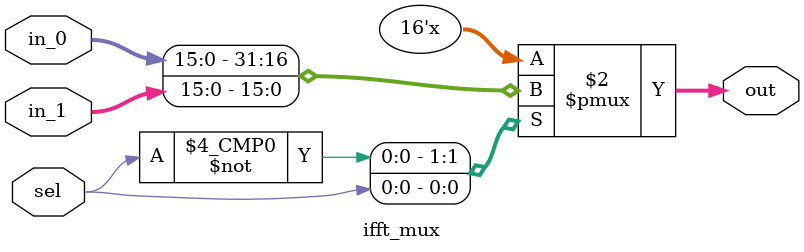
<source format=v>
/*************************************************************************/
/****        Block          :   IFFT                                  ****/
/****        Module         :   ifft mux                              ****/
/****        Project Name   :   NB-IOT LTE Transmitter                ****/
/****        Date           :   18 march  2022                        ****/
/****        Version        :   V.01                                  ****/
/*************************************************************************/
/************************ Module Definition  *****************************/ 
module ifft_mux  

/************************ Module Interface   *****************************/

     (
         input  wire [15:0] in_0,
         input  wire [15:0] in_1,
         input  wire        sel ,
         output reg  [15:0] out 
     );
	 
/************************  Module Body   *********************************/


always @(*)
     begin
	     case(sel)
			 2'b0:  
			     begin
				     out = in_0;
				 end
			 2'b1:  
			     begin
				     out = in_1;
				 end
         endcase		 
	 end	 


/****************************  Module End  ****************************/
endmodule
</source>
